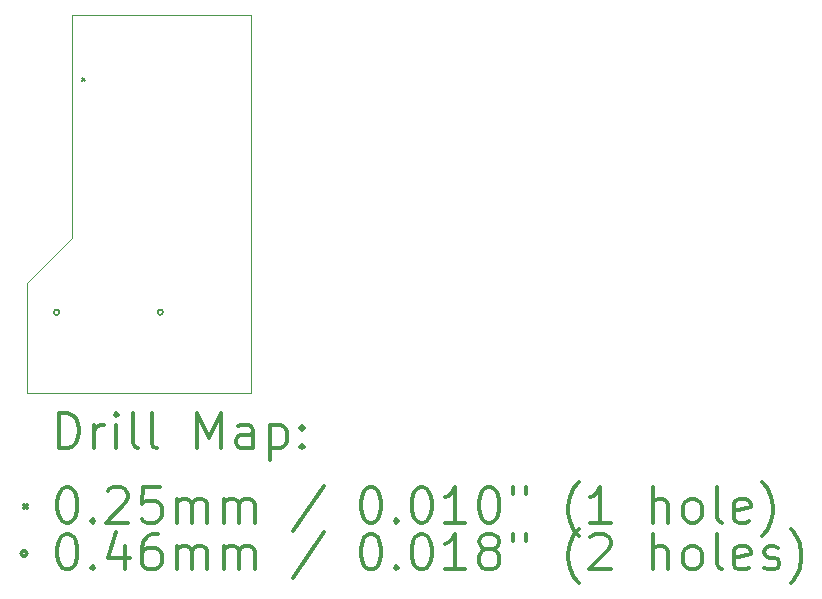
<source format=gbr>
%FSLAX45Y45*%
G04 Gerber Fmt 4.5, Leading zero omitted, Abs format (unit mm)*
G04 Created by KiCad (PCBNEW 4.0.5) date 02/24/17 13:47:10*
%MOMM*%
%LPD*%
G01*
G04 APERTURE LIST*
%ADD10C,0.127000*%
%ADD11C,0.096520*%
%ADD12C,0.100000*%
%ADD13C,0.200000*%
%ADD14C,0.300000*%
G04 APERTURE END LIST*
D10*
D11*
X1897380Y3200400D02*
X381000Y3200400D01*
X1897380Y0D02*
X1897380Y3200400D01*
X0Y0D02*
X1897380Y0D01*
D12*
X381000Y1308100D02*
X381000Y3200400D01*
X0Y927100D02*
X381000Y1308100D01*
X0Y0D02*
X0Y927100D01*
D13*
X463550Y2667000D02*
X488950Y2641600D01*
X488950Y2667000D02*
X463550Y2641600D01*
X270800Y681270D02*
G75*
G03X270800Y681270I-23000J0D01*
G01*
X1146800Y681270D02*
G75*
G03X1146800Y681270I-23000J0D01*
G01*
D14*
X266429Y-470714D02*
X266429Y-170714D01*
X337857Y-170714D01*
X380714Y-185000D01*
X409286Y-213571D01*
X423571Y-242143D01*
X437857Y-299286D01*
X437857Y-342143D01*
X423571Y-399286D01*
X409286Y-427857D01*
X380714Y-456429D01*
X337857Y-470714D01*
X266429Y-470714D01*
X566429Y-470714D02*
X566429Y-270714D01*
X566429Y-327857D02*
X580714Y-299286D01*
X595000Y-285000D01*
X623571Y-270714D01*
X652143Y-270714D01*
X752143Y-470714D02*
X752143Y-270714D01*
X752143Y-170714D02*
X737857Y-185000D01*
X752143Y-199286D01*
X766428Y-185000D01*
X752143Y-170714D01*
X752143Y-199286D01*
X937857Y-470714D02*
X909286Y-456429D01*
X895000Y-427857D01*
X895000Y-170714D01*
X1095000Y-470714D02*
X1066429Y-456429D01*
X1052143Y-427857D01*
X1052143Y-170714D01*
X1437857Y-470714D02*
X1437857Y-170714D01*
X1537857Y-385000D01*
X1637857Y-170714D01*
X1637857Y-470714D01*
X1909286Y-470714D02*
X1909286Y-313572D01*
X1895000Y-285000D01*
X1866428Y-270714D01*
X1809286Y-270714D01*
X1780714Y-285000D01*
X1909286Y-456429D02*
X1880714Y-470714D01*
X1809286Y-470714D01*
X1780714Y-456429D01*
X1766428Y-427857D01*
X1766428Y-399286D01*
X1780714Y-370714D01*
X1809286Y-356429D01*
X1880714Y-356429D01*
X1909286Y-342143D01*
X2052143Y-270714D02*
X2052143Y-570714D01*
X2052143Y-285000D02*
X2080714Y-270714D01*
X2137857Y-270714D01*
X2166429Y-285000D01*
X2180714Y-299286D01*
X2195000Y-327857D01*
X2195000Y-413571D01*
X2180714Y-442143D01*
X2166429Y-456429D01*
X2137857Y-470714D01*
X2080714Y-470714D01*
X2052143Y-456429D01*
X2323571Y-442143D02*
X2337857Y-456429D01*
X2323571Y-470714D01*
X2309286Y-456429D01*
X2323571Y-442143D01*
X2323571Y-470714D01*
X2323571Y-285000D02*
X2337857Y-299286D01*
X2323571Y-313572D01*
X2309286Y-299286D01*
X2323571Y-285000D01*
X2323571Y-313572D01*
X-30400Y-952300D02*
X-5000Y-977700D01*
X-5000Y-952300D02*
X-30400Y-977700D01*
X323571Y-800714D02*
X352143Y-800714D01*
X380714Y-815000D01*
X395000Y-829286D01*
X409286Y-857857D01*
X423571Y-915000D01*
X423571Y-986429D01*
X409286Y-1043571D01*
X395000Y-1072143D01*
X380714Y-1086429D01*
X352143Y-1100714D01*
X323571Y-1100714D01*
X295000Y-1086429D01*
X280714Y-1072143D01*
X266429Y-1043571D01*
X252143Y-986429D01*
X252143Y-915000D01*
X266429Y-857857D01*
X280714Y-829286D01*
X295000Y-815000D01*
X323571Y-800714D01*
X552143Y-1072143D02*
X566429Y-1086429D01*
X552143Y-1100714D01*
X537857Y-1086429D01*
X552143Y-1072143D01*
X552143Y-1100714D01*
X680714Y-829286D02*
X695000Y-815000D01*
X723571Y-800714D01*
X795000Y-800714D01*
X823571Y-815000D01*
X837857Y-829286D01*
X852143Y-857857D01*
X852143Y-886429D01*
X837857Y-929286D01*
X666428Y-1100714D01*
X852143Y-1100714D01*
X1123571Y-800714D02*
X980714Y-800714D01*
X966428Y-943571D01*
X980714Y-929286D01*
X1009286Y-915000D01*
X1080714Y-915000D01*
X1109286Y-929286D01*
X1123571Y-943571D01*
X1137857Y-972143D01*
X1137857Y-1043571D01*
X1123571Y-1072143D01*
X1109286Y-1086429D01*
X1080714Y-1100714D01*
X1009286Y-1100714D01*
X980714Y-1086429D01*
X966428Y-1072143D01*
X1266429Y-1100714D02*
X1266429Y-900714D01*
X1266429Y-929286D02*
X1280714Y-915000D01*
X1309286Y-900714D01*
X1352143Y-900714D01*
X1380714Y-915000D01*
X1395000Y-943571D01*
X1395000Y-1100714D01*
X1395000Y-943571D02*
X1409286Y-915000D01*
X1437857Y-900714D01*
X1480714Y-900714D01*
X1509286Y-915000D01*
X1523571Y-943571D01*
X1523571Y-1100714D01*
X1666428Y-1100714D02*
X1666428Y-900714D01*
X1666428Y-929286D02*
X1680714Y-915000D01*
X1709286Y-900714D01*
X1752143Y-900714D01*
X1780714Y-915000D01*
X1795000Y-943571D01*
X1795000Y-1100714D01*
X1795000Y-943571D02*
X1809286Y-915000D01*
X1837857Y-900714D01*
X1880714Y-900714D01*
X1909286Y-915000D01*
X1923571Y-943571D01*
X1923571Y-1100714D01*
X2509286Y-786429D02*
X2252143Y-1172143D01*
X2895000Y-800714D02*
X2923571Y-800714D01*
X2952143Y-815000D01*
X2966428Y-829286D01*
X2980714Y-857857D01*
X2995000Y-915000D01*
X2995000Y-986429D01*
X2980714Y-1043571D01*
X2966428Y-1072143D01*
X2952143Y-1086429D01*
X2923571Y-1100714D01*
X2895000Y-1100714D01*
X2866428Y-1086429D01*
X2852143Y-1072143D01*
X2837857Y-1043571D01*
X2823571Y-986429D01*
X2823571Y-915000D01*
X2837857Y-857857D01*
X2852143Y-829286D01*
X2866428Y-815000D01*
X2895000Y-800714D01*
X3123571Y-1072143D02*
X3137857Y-1086429D01*
X3123571Y-1100714D01*
X3109286Y-1086429D01*
X3123571Y-1072143D01*
X3123571Y-1100714D01*
X3323571Y-800714D02*
X3352143Y-800714D01*
X3380714Y-815000D01*
X3395000Y-829286D01*
X3409285Y-857857D01*
X3423571Y-915000D01*
X3423571Y-986429D01*
X3409285Y-1043571D01*
X3395000Y-1072143D01*
X3380714Y-1086429D01*
X3352143Y-1100714D01*
X3323571Y-1100714D01*
X3295000Y-1086429D01*
X3280714Y-1072143D01*
X3266428Y-1043571D01*
X3252143Y-986429D01*
X3252143Y-915000D01*
X3266428Y-857857D01*
X3280714Y-829286D01*
X3295000Y-815000D01*
X3323571Y-800714D01*
X3709285Y-1100714D02*
X3537857Y-1100714D01*
X3623571Y-1100714D02*
X3623571Y-800714D01*
X3595000Y-843571D01*
X3566428Y-872143D01*
X3537857Y-886429D01*
X3895000Y-800714D02*
X3923571Y-800714D01*
X3952143Y-815000D01*
X3966428Y-829286D01*
X3980714Y-857857D01*
X3995000Y-915000D01*
X3995000Y-986429D01*
X3980714Y-1043571D01*
X3966428Y-1072143D01*
X3952143Y-1086429D01*
X3923571Y-1100714D01*
X3895000Y-1100714D01*
X3866428Y-1086429D01*
X3852143Y-1072143D01*
X3837857Y-1043571D01*
X3823571Y-986429D01*
X3823571Y-915000D01*
X3837857Y-857857D01*
X3852143Y-829286D01*
X3866428Y-815000D01*
X3895000Y-800714D01*
X4109286Y-800714D02*
X4109286Y-857857D01*
X4223571Y-800714D02*
X4223571Y-857857D01*
X4666428Y-1215000D02*
X4652143Y-1200714D01*
X4623571Y-1157857D01*
X4609286Y-1129286D01*
X4595000Y-1086429D01*
X4580714Y-1015000D01*
X4580714Y-957857D01*
X4595000Y-886429D01*
X4609286Y-843571D01*
X4623571Y-815000D01*
X4652143Y-772143D01*
X4666428Y-757857D01*
X4937857Y-1100714D02*
X4766428Y-1100714D01*
X4852143Y-1100714D02*
X4852143Y-800714D01*
X4823571Y-843571D01*
X4795000Y-872143D01*
X4766428Y-886429D01*
X5295000Y-1100714D02*
X5295000Y-800714D01*
X5423571Y-1100714D02*
X5423571Y-943571D01*
X5409286Y-915000D01*
X5380714Y-900714D01*
X5337857Y-900714D01*
X5309286Y-915000D01*
X5295000Y-929286D01*
X5609285Y-1100714D02*
X5580714Y-1086429D01*
X5566428Y-1072143D01*
X5552143Y-1043571D01*
X5552143Y-957857D01*
X5566428Y-929286D01*
X5580714Y-915000D01*
X5609285Y-900714D01*
X5652143Y-900714D01*
X5680714Y-915000D01*
X5695000Y-929286D01*
X5709285Y-957857D01*
X5709285Y-1043571D01*
X5695000Y-1072143D01*
X5680714Y-1086429D01*
X5652143Y-1100714D01*
X5609285Y-1100714D01*
X5880714Y-1100714D02*
X5852143Y-1086429D01*
X5837857Y-1057857D01*
X5837857Y-800714D01*
X6109286Y-1086429D02*
X6080714Y-1100714D01*
X6023571Y-1100714D01*
X5995000Y-1086429D01*
X5980714Y-1057857D01*
X5980714Y-943571D01*
X5995000Y-915000D01*
X6023571Y-900714D01*
X6080714Y-900714D01*
X6109286Y-915000D01*
X6123571Y-943571D01*
X6123571Y-972143D01*
X5980714Y-1000714D01*
X6223571Y-1215000D02*
X6237857Y-1200714D01*
X6266428Y-1157857D01*
X6280714Y-1129286D01*
X6295000Y-1086429D01*
X6309286Y-1015000D01*
X6309286Y-957857D01*
X6295000Y-886429D01*
X6280714Y-843571D01*
X6266428Y-815000D01*
X6237857Y-772143D01*
X6223571Y-757857D01*
X-5000Y-1361000D02*
G75*
G03X-5000Y-1361000I-23000J0D01*
G01*
X323571Y-1196714D02*
X352143Y-1196714D01*
X380714Y-1211000D01*
X395000Y-1225286D01*
X409286Y-1253857D01*
X423571Y-1311000D01*
X423571Y-1382429D01*
X409286Y-1439571D01*
X395000Y-1468143D01*
X380714Y-1482429D01*
X352143Y-1496714D01*
X323571Y-1496714D01*
X295000Y-1482429D01*
X280714Y-1468143D01*
X266429Y-1439571D01*
X252143Y-1382429D01*
X252143Y-1311000D01*
X266429Y-1253857D01*
X280714Y-1225286D01*
X295000Y-1211000D01*
X323571Y-1196714D01*
X552143Y-1468143D02*
X566429Y-1482429D01*
X552143Y-1496714D01*
X537857Y-1482429D01*
X552143Y-1468143D01*
X552143Y-1496714D01*
X823571Y-1296714D02*
X823571Y-1496714D01*
X752143Y-1182429D02*
X680714Y-1396714D01*
X866428Y-1396714D01*
X1109286Y-1196714D02*
X1052143Y-1196714D01*
X1023571Y-1211000D01*
X1009286Y-1225286D01*
X980714Y-1268143D01*
X966428Y-1325286D01*
X966428Y-1439571D01*
X980714Y-1468143D01*
X995000Y-1482429D01*
X1023571Y-1496714D01*
X1080714Y-1496714D01*
X1109286Y-1482429D01*
X1123571Y-1468143D01*
X1137857Y-1439571D01*
X1137857Y-1368143D01*
X1123571Y-1339572D01*
X1109286Y-1325286D01*
X1080714Y-1311000D01*
X1023571Y-1311000D01*
X995000Y-1325286D01*
X980714Y-1339572D01*
X966428Y-1368143D01*
X1266429Y-1496714D02*
X1266429Y-1296714D01*
X1266429Y-1325286D02*
X1280714Y-1311000D01*
X1309286Y-1296714D01*
X1352143Y-1296714D01*
X1380714Y-1311000D01*
X1395000Y-1339572D01*
X1395000Y-1496714D01*
X1395000Y-1339572D02*
X1409286Y-1311000D01*
X1437857Y-1296714D01*
X1480714Y-1296714D01*
X1509286Y-1311000D01*
X1523571Y-1339572D01*
X1523571Y-1496714D01*
X1666428Y-1496714D02*
X1666428Y-1296714D01*
X1666428Y-1325286D02*
X1680714Y-1311000D01*
X1709286Y-1296714D01*
X1752143Y-1296714D01*
X1780714Y-1311000D01*
X1795000Y-1339572D01*
X1795000Y-1496714D01*
X1795000Y-1339572D02*
X1809286Y-1311000D01*
X1837857Y-1296714D01*
X1880714Y-1296714D01*
X1909286Y-1311000D01*
X1923571Y-1339572D01*
X1923571Y-1496714D01*
X2509286Y-1182429D02*
X2252143Y-1568143D01*
X2895000Y-1196714D02*
X2923571Y-1196714D01*
X2952143Y-1211000D01*
X2966428Y-1225286D01*
X2980714Y-1253857D01*
X2995000Y-1311000D01*
X2995000Y-1382429D01*
X2980714Y-1439571D01*
X2966428Y-1468143D01*
X2952143Y-1482429D01*
X2923571Y-1496714D01*
X2895000Y-1496714D01*
X2866428Y-1482429D01*
X2852143Y-1468143D01*
X2837857Y-1439571D01*
X2823571Y-1382429D01*
X2823571Y-1311000D01*
X2837857Y-1253857D01*
X2852143Y-1225286D01*
X2866428Y-1211000D01*
X2895000Y-1196714D01*
X3123571Y-1468143D02*
X3137857Y-1482429D01*
X3123571Y-1496714D01*
X3109286Y-1482429D01*
X3123571Y-1468143D01*
X3123571Y-1496714D01*
X3323571Y-1196714D02*
X3352143Y-1196714D01*
X3380714Y-1211000D01*
X3395000Y-1225286D01*
X3409285Y-1253857D01*
X3423571Y-1311000D01*
X3423571Y-1382429D01*
X3409285Y-1439571D01*
X3395000Y-1468143D01*
X3380714Y-1482429D01*
X3352143Y-1496714D01*
X3323571Y-1496714D01*
X3295000Y-1482429D01*
X3280714Y-1468143D01*
X3266428Y-1439571D01*
X3252143Y-1382429D01*
X3252143Y-1311000D01*
X3266428Y-1253857D01*
X3280714Y-1225286D01*
X3295000Y-1211000D01*
X3323571Y-1196714D01*
X3709285Y-1496714D02*
X3537857Y-1496714D01*
X3623571Y-1496714D02*
X3623571Y-1196714D01*
X3595000Y-1239572D01*
X3566428Y-1268143D01*
X3537857Y-1282429D01*
X3880714Y-1325286D02*
X3852143Y-1311000D01*
X3837857Y-1296714D01*
X3823571Y-1268143D01*
X3823571Y-1253857D01*
X3837857Y-1225286D01*
X3852143Y-1211000D01*
X3880714Y-1196714D01*
X3937857Y-1196714D01*
X3966428Y-1211000D01*
X3980714Y-1225286D01*
X3995000Y-1253857D01*
X3995000Y-1268143D01*
X3980714Y-1296714D01*
X3966428Y-1311000D01*
X3937857Y-1325286D01*
X3880714Y-1325286D01*
X3852143Y-1339572D01*
X3837857Y-1353857D01*
X3823571Y-1382429D01*
X3823571Y-1439571D01*
X3837857Y-1468143D01*
X3852143Y-1482429D01*
X3880714Y-1496714D01*
X3937857Y-1496714D01*
X3966428Y-1482429D01*
X3980714Y-1468143D01*
X3995000Y-1439571D01*
X3995000Y-1382429D01*
X3980714Y-1353857D01*
X3966428Y-1339572D01*
X3937857Y-1325286D01*
X4109286Y-1196714D02*
X4109286Y-1253857D01*
X4223571Y-1196714D02*
X4223571Y-1253857D01*
X4666428Y-1611000D02*
X4652143Y-1596714D01*
X4623571Y-1553857D01*
X4609286Y-1525286D01*
X4595000Y-1482429D01*
X4580714Y-1411000D01*
X4580714Y-1353857D01*
X4595000Y-1282429D01*
X4609286Y-1239572D01*
X4623571Y-1211000D01*
X4652143Y-1168143D01*
X4666428Y-1153857D01*
X4766428Y-1225286D02*
X4780714Y-1211000D01*
X4809286Y-1196714D01*
X4880714Y-1196714D01*
X4909286Y-1211000D01*
X4923571Y-1225286D01*
X4937857Y-1253857D01*
X4937857Y-1282429D01*
X4923571Y-1325286D01*
X4752143Y-1496714D01*
X4937857Y-1496714D01*
X5295000Y-1496714D02*
X5295000Y-1196714D01*
X5423571Y-1496714D02*
X5423571Y-1339572D01*
X5409286Y-1311000D01*
X5380714Y-1296714D01*
X5337857Y-1296714D01*
X5309286Y-1311000D01*
X5295000Y-1325286D01*
X5609285Y-1496714D02*
X5580714Y-1482429D01*
X5566428Y-1468143D01*
X5552143Y-1439571D01*
X5552143Y-1353857D01*
X5566428Y-1325286D01*
X5580714Y-1311000D01*
X5609285Y-1296714D01*
X5652143Y-1296714D01*
X5680714Y-1311000D01*
X5695000Y-1325286D01*
X5709285Y-1353857D01*
X5709285Y-1439571D01*
X5695000Y-1468143D01*
X5680714Y-1482429D01*
X5652143Y-1496714D01*
X5609285Y-1496714D01*
X5880714Y-1496714D02*
X5852143Y-1482429D01*
X5837857Y-1453857D01*
X5837857Y-1196714D01*
X6109286Y-1482429D02*
X6080714Y-1496714D01*
X6023571Y-1496714D01*
X5995000Y-1482429D01*
X5980714Y-1453857D01*
X5980714Y-1339572D01*
X5995000Y-1311000D01*
X6023571Y-1296714D01*
X6080714Y-1296714D01*
X6109286Y-1311000D01*
X6123571Y-1339572D01*
X6123571Y-1368143D01*
X5980714Y-1396714D01*
X6237857Y-1482429D02*
X6266428Y-1496714D01*
X6323571Y-1496714D01*
X6352143Y-1482429D01*
X6366428Y-1453857D01*
X6366428Y-1439571D01*
X6352143Y-1411000D01*
X6323571Y-1396714D01*
X6280714Y-1396714D01*
X6252143Y-1382429D01*
X6237857Y-1353857D01*
X6237857Y-1339572D01*
X6252143Y-1311000D01*
X6280714Y-1296714D01*
X6323571Y-1296714D01*
X6352143Y-1311000D01*
X6466428Y-1611000D02*
X6480714Y-1596714D01*
X6509286Y-1553857D01*
X6523571Y-1525286D01*
X6537857Y-1482429D01*
X6552143Y-1411000D01*
X6552143Y-1353857D01*
X6537857Y-1282429D01*
X6523571Y-1239572D01*
X6509286Y-1211000D01*
X6480714Y-1168143D01*
X6466428Y-1153857D01*
M02*

</source>
